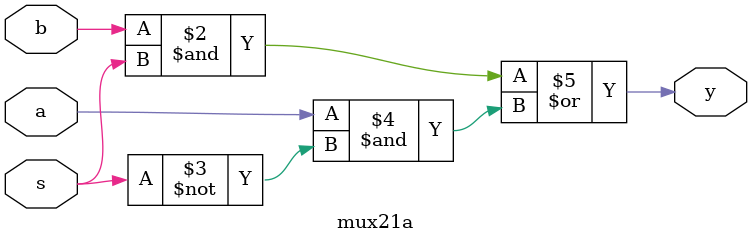
<source format=v>
module mux21a(
  input wire a,
  input wire b, 
  input wire s, 
  output wire y
);

	always @ (*) begin
		y = (b & s) | (a & (~s));
	end
endmodule

</source>
